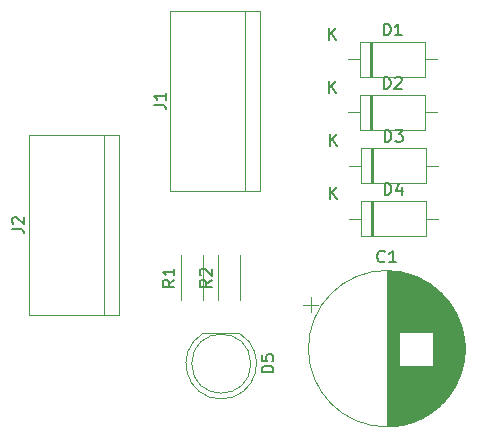
<source format=gbr>
%TF.GenerationSoftware,KiCad,Pcbnew,8.0.8*%
%TF.CreationDate,2025-01-25T14:39:54+05:30*%
%TF.ProjectId,AC to DC conveter,41432074-6f20-4444-9320-636f6e766574,rev?*%
%TF.SameCoordinates,Original*%
%TF.FileFunction,Legend,Top*%
%TF.FilePolarity,Positive*%
%FSLAX46Y46*%
G04 Gerber Fmt 4.6, Leading zero omitted, Abs format (unit mm)*
G04 Created by KiCad (PCBNEW 8.0.8) date 2025-01-25 14:39:54*
%MOMM*%
%LPD*%
G01*
G04 APERTURE LIST*
%ADD10C,0.150000*%
%ADD11C,0.120000*%
G04 APERTURE END LIST*
D10*
X190184819Y-76666666D02*
X189708628Y-76999999D01*
X190184819Y-77238094D02*
X189184819Y-77238094D01*
X189184819Y-77238094D02*
X189184819Y-76857142D01*
X189184819Y-76857142D02*
X189232438Y-76761904D01*
X189232438Y-76761904D02*
X189280057Y-76714285D01*
X189280057Y-76714285D02*
X189375295Y-76666666D01*
X189375295Y-76666666D02*
X189518152Y-76666666D01*
X189518152Y-76666666D02*
X189613390Y-76714285D01*
X189613390Y-76714285D02*
X189661009Y-76761904D01*
X189661009Y-76761904D02*
X189708628Y-76857142D01*
X189708628Y-76857142D02*
X189708628Y-77238094D01*
X189280057Y-76285713D02*
X189232438Y-76238094D01*
X189232438Y-76238094D02*
X189184819Y-76142856D01*
X189184819Y-76142856D02*
X189184819Y-75904761D01*
X189184819Y-75904761D02*
X189232438Y-75809523D01*
X189232438Y-75809523D02*
X189280057Y-75761904D01*
X189280057Y-75761904D02*
X189375295Y-75714285D01*
X189375295Y-75714285D02*
X189470533Y-75714285D01*
X189470533Y-75714285D02*
X189613390Y-75761904D01*
X189613390Y-75761904D02*
X190184819Y-76333332D01*
X190184819Y-76333332D02*
X190184819Y-75714285D01*
X187034819Y-76666666D02*
X186558628Y-76999999D01*
X187034819Y-77238094D02*
X186034819Y-77238094D01*
X186034819Y-77238094D02*
X186034819Y-76857142D01*
X186034819Y-76857142D02*
X186082438Y-76761904D01*
X186082438Y-76761904D02*
X186130057Y-76714285D01*
X186130057Y-76714285D02*
X186225295Y-76666666D01*
X186225295Y-76666666D02*
X186368152Y-76666666D01*
X186368152Y-76666666D02*
X186463390Y-76714285D01*
X186463390Y-76714285D02*
X186511009Y-76761904D01*
X186511009Y-76761904D02*
X186558628Y-76857142D01*
X186558628Y-76857142D02*
X186558628Y-77238094D01*
X187034819Y-75714285D02*
X187034819Y-76285713D01*
X187034819Y-75999999D02*
X186034819Y-75999999D01*
X186034819Y-75999999D02*
X186177676Y-76095237D01*
X186177676Y-76095237D02*
X186272914Y-76190475D01*
X186272914Y-76190475D02*
X186320533Y-76285713D01*
X173304819Y-72363333D02*
X174019104Y-72363333D01*
X174019104Y-72363333D02*
X174161961Y-72410952D01*
X174161961Y-72410952D02*
X174257200Y-72506190D01*
X174257200Y-72506190D02*
X174304819Y-72649047D01*
X174304819Y-72649047D02*
X174304819Y-72744285D01*
X173400057Y-71934761D02*
X173352438Y-71887142D01*
X173352438Y-71887142D02*
X173304819Y-71791904D01*
X173304819Y-71791904D02*
X173304819Y-71553809D01*
X173304819Y-71553809D02*
X173352438Y-71458571D01*
X173352438Y-71458571D02*
X173400057Y-71410952D01*
X173400057Y-71410952D02*
X173495295Y-71363333D01*
X173495295Y-71363333D02*
X173590533Y-71363333D01*
X173590533Y-71363333D02*
X173733390Y-71410952D01*
X173733390Y-71410952D02*
X174304819Y-71982380D01*
X174304819Y-71982380D02*
X174304819Y-71363333D01*
X185304819Y-61863333D02*
X186019104Y-61863333D01*
X186019104Y-61863333D02*
X186161961Y-61910952D01*
X186161961Y-61910952D02*
X186257200Y-62006190D01*
X186257200Y-62006190D02*
X186304819Y-62149047D01*
X186304819Y-62149047D02*
X186304819Y-62244285D01*
X186304819Y-60863333D02*
X186304819Y-61434761D01*
X186304819Y-61149047D02*
X185304819Y-61149047D01*
X185304819Y-61149047D02*
X185447676Y-61244285D01*
X185447676Y-61244285D02*
X185542914Y-61339523D01*
X185542914Y-61339523D02*
X185590533Y-61434761D01*
X195414819Y-84508094D02*
X194414819Y-84508094D01*
X194414819Y-84508094D02*
X194414819Y-84269999D01*
X194414819Y-84269999D02*
X194462438Y-84127142D01*
X194462438Y-84127142D02*
X194557676Y-84031904D01*
X194557676Y-84031904D02*
X194652914Y-83984285D01*
X194652914Y-83984285D02*
X194843390Y-83936666D01*
X194843390Y-83936666D02*
X194986247Y-83936666D01*
X194986247Y-83936666D02*
X195176723Y-83984285D01*
X195176723Y-83984285D02*
X195271961Y-84031904D01*
X195271961Y-84031904D02*
X195367200Y-84127142D01*
X195367200Y-84127142D02*
X195414819Y-84269999D01*
X195414819Y-84269999D02*
X195414819Y-84508094D01*
X194414819Y-83031904D02*
X194414819Y-83508094D01*
X194414819Y-83508094D02*
X194891009Y-83555713D01*
X194891009Y-83555713D02*
X194843390Y-83508094D01*
X194843390Y-83508094D02*
X194795771Y-83412856D01*
X194795771Y-83412856D02*
X194795771Y-83174761D01*
X194795771Y-83174761D02*
X194843390Y-83079523D01*
X194843390Y-83079523D02*
X194891009Y-83031904D01*
X194891009Y-83031904D02*
X194986247Y-82984285D01*
X194986247Y-82984285D02*
X195224342Y-82984285D01*
X195224342Y-82984285D02*
X195319580Y-83031904D01*
X195319580Y-83031904D02*
X195367200Y-83079523D01*
X195367200Y-83079523D02*
X195414819Y-83174761D01*
X195414819Y-83174761D02*
X195414819Y-83412856D01*
X195414819Y-83412856D02*
X195367200Y-83508094D01*
X195367200Y-83508094D02*
X195319580Y-83555713D01*
X204841905Y-69484819D02*
X204841905Y-68484819D01*
X204841905Y-68484819D02*
X205080000Y-68484819D01*
X205080000Y-68484819D02*
X205222857Y-68532438D01*
X205222857Y-68532438D02*
X205318095Y-68627676D01*
X205318095Y-68627676D02*
X205365714Y-68722914D01*
X205365714Y-68722914D02*
X205413333Y-68913390D01*
X205413333Y-68913390D02*
X205413333Y-69056247D01*
X205413333Y-69056247D02*
X205365714Y-69246723D01*
X205365714Y-69246723D02*
X205318095Y-69341961D01*
X205318095Y-69341961D02*
X205222857Y-69437200D01*
X205222857Y-69437200D02*
X205080000Y-69484819D01*
X205080000Y-69484819D02*
X204841905Y-69484819D01*
X206270476Y-68818152D02*
X206270476Y-69484819D01*
X206032381Y-68437200D02*
X205794286Y-69151485D01*
X205794286Y-69151485D02*
X206413333Y-69151485D01*
X200238095Y-69854819D02*
X200238095Y-68854819D01*
X200809523Y-69854819D02*
X200380952Y-69283390D01*
X200809523Y-68854819D02*
X200238095Y-69426247D01*
X204841905Y-64984819D02*
X204841905Y-63984819D01*
X204841905Y-63984819D02*
X205080000Y-63984819D01*
X205080000Y-63984819D02*
X205222857Y-64032438D01*
X205222857Y-64032438D02*
X205318095Y-64127676D01*
X205318095Y-64127676D02*
X205365714Y-64222914D01*
X205365714Y-64222914D02*
X205413333Y-64413390D01*
X205413333Y-64413390D02*
X205413333Y-64556247D01*
X205413333Y-64556247D02*
X205365714Y-64746723D01*
X205365714Y-64746723D02*
X205318095Y-64841961D01*
X205318095Y-64841961D02*
X205222857Y-64937200D01*
X205222857Y-64937200D02*
X205080000Y-64984819D01*
X205080000Y-64984819D02*
X204841905Y-64984819D01*
X205746667Y-63984819D02*
X206365714Y-63984819D01*
X206365714Y-63984819D02*
X206032381Y-64365771D01*
X206032381Y-64365771D02*
X206175238Y-64365771D01*
X206175238Y-64365771D02*
X206270476Y-64413390D01*
X206270476Y-64413390D02*
X206318095Y-64461009D01*
X206318095Y-64461009D02*
X206365714Y-64556247D01*
X206365714Y-64556247D02*
X206365714Y-64794342D01*
X206365714Y-64794342D02*
X206318095Y-64889580D01*
X206318095Y-64889580D02*
X206270476Y-64937200D01*
X206270476Y-64937200D02*
X206175238Y-64984819D01*
X206175238Y-64984819D02*
X205889524Y-64984819D01*
X205889524Y-64984819D02*
X205794286Y-64937200D01*
X205794286Y-64937200D02*
X205746667Y-64889580D01*
X200238095Y-65354819D02*
X200238095Y-64354819D01*
X200809523Y-65354819D02*
X200380952Y-64783390D01*
X200809523Y-64354819D02*
X200238095Y-64926247D01*
X204761905Y-60484819D02*
X204761905Y-59484819D01*
X204761905Y-59484819D02*
X205000000Y-59484819D01*
X205000000Y-59484819D02*
X205142857Y-59532438D01*
X205142857Y-59532438D02*
X205238095Y-59627676D01*
X205238095Y-59627676D02*
X205285714Y-59722914D01*
X205285714Y-59722914D02*
X205333333Y-59913390D01*
X205333333Y-59913390D02*
X205333333Y-60056247D01*
X205333333Y-60056247D02*
X205285714Y-60246723D01*
X205285714Y-60246723D02*
X205238095Y-60341961D01*
X205238095Y-60341961D02*
X205142857Y-60437200D01*
X205142857Y-60437200D02*
X205000000Y-60484819D01*
X205000000Y-60484819D02*
X204761905Y-60484819D01*
X205714286Y-59580057D02*
X205761905Y-59532438D01*
X205761905Y-59532438D02*
X205857143Y-59484819D01*
X205857143Y-59484819D02*
X206095238Y-59484819D01*
X206095238Y-59484819D02*
X206190476Y-59532438D01*
X206190476Y-59532438D02*
X206238095Y-59580057D01*
X206238095Y-59580057D02*
X206285714Y-59675295D01*
X206285714Y-59675295D02*
X206285714Y-59770533D01*
X206285714Y-59770533D02*
X206238095Y-59913390D01*
X206238095Y-59913390D02*
X205666667Y-60484819D01*
X205666667Y-60484819D02*
X206285714Y-60484819D01*
X200158095Y-60854819D02*
X200158095Y-59854819D01*
X200729523Y-60854819D02*
X200300952Y-60283390D01*
X200729523Y-59854819D02*
X200158095Y-60426247D01*
X204761905Y-55984819D02*
X204761905Y-54984819D01*
X204761905Y-54984819D02*
X205000000Y-54984819D01*
X205000000Y-54984819D02*
X205142857Y-55032438D01*
X205142857Y-55032438D02*
X205238095Y-55127676D01*
X205238095Y-55127676D02*
X205285714Y-55222914D01*
X205285714Y-55222914D02*
X205333333Y-55413390D01*
X205333333Y-55413390D02*
X205333333Y-55556247D01*
X205333333Y-55556247D02*
X205285714Y-55746723D01*
X205285714Y-55746723D02*
X205238095Y-55841961D01*
X205238095Y-55841961D02*
X205142857Y-55937200D01*
X205142857Y-55937200D02*
X205000000Y-55984819D01*
X205000000Y-55984819D02*
X204761905Y-55984819D01*
X206285714Y-55984819D02*
X205714286Y-55984819D01*
X206000000Y-55984819D02*
X206000000Y-54984819D01*
X206000000Y-54984819D02*
X205904762Y-55127676D01*
X205904762Y-55127676D02*
X205809524Y-55222914D01*
X205809524Y-55222914D02*
X205714286Y-55270533D01*
X200158095Y-56354819D02*
X200158095Y-55354819D01*
X200729523Y-56354819D02*
X200300952Y-55783390D01*
X200729523Y-55354819D02*
X200158095Y-55926247D01*
X204833333Y-75109580D02*
X204785714Y-75157200D01*
X204785714Y-75157200D02*
X204642857Y-75204819D01*
X204642857Y-75204819D02*
X204547619Y-75204819D01*
X204547619Y-75204819D02*
X204404762Y-75157200D01*
X204404762Y-75157200D02*
X204309524Y-75061961D01*
X204309524Y-75061961D02*
X204261905Y-74966723D01*
X204261905Y-74966723D02*
X204214286Y-74776247D01*
X204214286Y-74776247D02*
X204214286Y-74633390D01*
X204214286Y-74633390D02*
X204261905Y-74442914D01*
X204261905Y-74442914D02*
X204309524Y-74347676D01*
X204309524Y-74347676D02*
X204404762Y-74252438D01*
X204404762Y-74252438D02*
X204547619Y-74204819D01*
X204547619Y-74204819D02*
X204642857Y-74204819D01*
X204642857Y-74204819D02*
X204785714Y-74252438D01*
X204785714Y-74252438D02*
X204833333Y-74300057D01*
X205785714Y-75204819D02*
X205214286Y-75204819D01*
X205500000Y-75204819D02*
X205500000Y-74204819D01*
X205500000Y-74204819D02*
X205404762Y-74347676D01*
X205404762Y-74347676D02*
X205309524Y-74442914D01*
X205309524Y-74442914D02*
X205214286Y-74490533D01*
D11*
%TO.C,R2*%
X190730000Y-78420000D02*
X190730000Y-74580000D01*
X192570000Y-78420000D02*
X192570000Y-74580000D01*
%TO.C,R1*%
X187580000Y-78420000D02*
X187580000Y-74580000D01*
X189420000Y-78420000D02*
X189420000Y-74580000D01*
%TO.C,J2*%
X174690000Y-79620000D02*
X174690000Y-64380000D01*
X181040000Y-79620000D02*
X181040000Y-64380000D01*
X182310000Y-79620000D02*
X174690000Y-79620000D01*
X182310000Y-79620000D02*
X182310000Y-64380000D01*
X182310000Y-64380000D02*
X174690000Y-64380000D01*
%TO.C,J1*%
X186690000Y-69120000D02*
X186690000Y-53880000D01*
X193040000Y-69120000D02*
X193040000Y-53880000D01*
X194310000Y-69120000D02*
X186690000Y-69120000D01*
X194310000Y-69120000D02*
X194310000Y-53880000D01*
X194310000Y-53880000D02*
X186690000Y-53880000D01*
%TO.C,D5*%
X192545000Y-81210000D02*
X189455000Y-81210000D01*
X192544830Y-81210000D02*
G75*
G02*
X191000048Y-86760000I-1544830J-2560000D01*
G01*
X190999952Y-86760000D02*
G75*
G02*
X189455170Y-81210000I48J2990000D01*
G01*
X193500000Y-83770000D02*
G75*
G02*
X188500000Y-83770000I-2500000J0D01*
G01*
X188500000Y-83770000D02*
G75*
G02*
X193500000Y-83770000I2500000J0D01*
G01*
%TO.C,D4*%
X201840000Y-71500000D02*
X202860000Y-71500000D01*
X202860000Y-70030000D02*
X202860000Y-72970000D01*
X202860000Y-72970000D02*
X208300000Y-72970000D01*
X203640000Y-70030000D02*
X203640000Y-72970000D01*
X203760000Y-70030000D02*
X203760000Y-72970000D01*
X203880000Y-70030000D02*
X203880000Y-72970000D01*
X208300000Y-70030000D02*
X202860000Y-70030000D01*
X208300000Y-72970000D02*
X208300000Y-70030000D01*
X209320000Y-71500000D02*
X208300000Y-71500000D01*
%TO.C,D3*%
X201840000Y-67000000D02*
X202860000Y-67000000D01*
X202860000Y-65530000D02*
X202860000Y-68470000D01*
X202860000Y-68470000D02*
X208300000Y-68470000D01*
X203640000Y-65530000D02*
X203640000Y-68470000D01*
X203760000Y-65530000D02*
X203760000Y-68470000D01*
X203880000Y-65530000D02*
X203880000Y-68470000D01*
X208300000Y-65530000D02*
X202860000Y-65530000D01*
X208300000Y-68470000D02*
X208300000Y-65530000D01*
X209320000Y-67000000D02*
X208300000Y-67000000D01*
%TO.C,D2*%
X201760000Y-62500000D02*
X202780000Y-62500000D01*
X202780000Y-61030000D02*
X202780000Y-63970000D01*
X202780000Y-63970000D02*
X208220000Y-63970000D01*
X203560000Y-61030000D02*
X203560000Y-63970000D01*
X203680000Y-61030000D02*
X203680000Y-63970000D01*
X203800000Y-61030000D02*
X203800000Y-63970000D01*
X208220000Y-61030000D02*
X202780000Y-61030000D01*
X208220000Y-63970000D02*
X208220000Y-61030000D01*
X209240000Y-62500000D02*
X208220000Y-62500000D01*
%TO.C,D1*%
X201760000Y-58000000D02*
X202780000Y-58000000D01*
X202780000Y-56530000D02*
X202780000Y-59470000D01*
X202780000Y-59470000D02*
X208220000Y-59470000D01*
X203560000Y-56530000D02*
X203560000Y-59470000D01*
X203680000Y-56530000D02*
X203680000Y-59470000D01*
X203800000Y-56530000D02*
X203800000Y-59470000D01*
X208220000Y-56530000D02*
X202780000Y-56530000D01*
X208220000Y-59470000D02*
X208220000Y-56530000D01*
X209240000Y-58000000D02*
X208220000Y-58000000D01*
%TO.C,C1*%
X197915431Y-78785000D02*
X199215431Y-78785000D01*
X198565431Y-78135000D02*
X198565431Y-79435000D01*
X205000000Y-75920000D02*
X205000000Y-89080000D01*
X205040000Y-75920000D02*
X205040000Y-89080000D01*
X205080000Y-75920000D02*
X205080000Y-89080000D01*
X205120000Y-75921000D02*
X205120000Y-89079000D01*
X205160000Y-75921000D02*
X205160000Y-89079000D01*
X205200000Y-75923000D02*
X205200000Y-89077000D01*
X205240000Y-75924000D02*
X205240000Y-89076000D01*
X205280000Y-75925000D02*
X205280000Y-89075000D01*
X205320000Y-75927000D02*
X205320000Y-89073000D01*
X205360000Y-75929000D02*
X205360000Y-89071000D01*
X205400000Y-75932000D02*
X205400000Y-89068000D01*
X205440000Y-75934000D02*
X205440000Y-89066000D01*
X205480000Y-75937000D02*
X205480000Y-89063000D01*
X205520000Y-75940000D02*
X205520000Y-89060000D01*
X205560000Y-75943000D02*
X205560000Y-89057000D01*
X205600000Y-75947000D02*
X205600000Y-89053000D01*
X205640000Y-75951000D02*
X205640000Y-89049000D01*
X205680000Y-75955000D02*
X205680000Y-89045000D01*
X205721000Y-75959000D02*
X205721000Y-89041000D01*
X205761000Y-75963000D02*
X205761000Y-89037000D01*
X205801000Y-75968000D02*
X205801000Y-89032000D01*
X205841000Y-75973000D02*
X205841000Y-89027000D01*
X205881000Y-75978000D02*
X205881000Y-89022000D01*
X205921000Y-75984000D02*
X205921000Y-89016000D01*
X205961000Y-75989000D02*
X205961000Y-89011000D01*
X206001000Y-75995000D02*
X206001000Y-89005000D01*
X206041000Y-76002000D02*
X206041000Y-88998000D01*
X206081000Y-76008000D02*
X206081000Y-81060000D01*
X206081000Y-83940000D02*
X206081000Y-88992000D01*
X206121000Y-76015000D02*
X206121000Y-81060000D01*
X206121000Y-83940000D02*
X206121000Y-88985000D01*
X206161000Y-76022000D02*
X206161000Y-81060000D01*
X206161000Y-83940000D02*
X206161000Y-88978000D01*
X206201000Y-76029000D02*
X206201000Y-81060000D01*
X206201000Y-83940000D02*
X206201000Y-88971000D01*
X206241000Y-76037000D02*
X206241000Y-81060000D01*
X206241000Y-83940000D02*
X206241000Y-88963000D01*
X206281000Y-76044000D02*
X206281000Y-81060000D01*
X206281000Y-83940000D02*
X206281000Y-88956000D01*
X206321000Y-76052000D02*
X206321000Y-81060000D01*
X206321000Y-83940000D02*
X206321000Y-88948000D01*
X206361000Y-76061000D02*
X206361000Y-81060000D01*
X206361000Y-83940000D02*
X206361000Y-88939000D01*
X206401000Y-76069000D02*
X206401000Y-81060000D01*
X206401000Y-83940000D02*
X206401000Y-88931000D01*
X206441000Y-76078000D02*
X206441000Y-81060000D01*
X206441000Y-83940000D02*
X206441000Y-88922000D01*
X206481000Y-76087000D02*
X206481000Y-81060000D01*
X206481000Y-83940000D02*
X206481000Y-88913000D01*
X206521000Y-76096000D02*
X206521000Y-81060000D01*
X206521000Y-83940000D02*
X206521000Y-88904000D01*
X206561000Y-76106000D02*
X206561000Y-81060000D01*
X206561000Y-83940000D02*
X206561000Y-88894000D01*
X206601000Y-76116000D02*
X206601000Y-81060000D01*
X206601000Y-83940000D02*
X206601000Y-88884000D01*
X206641000Y-76126000D02*
X206641000Y-81060000D01*
X206641000Y-83940000D02*
X206641000Y-88874000D01*
X206681000Y-76136000D02*
X206681000Y-81060000D01*
X206681000Y-83940000D02*
X206681000Y-88864000D01*
X206721000Y-76147000D02*
X206721000Y-81060000D01*
X206721000Y-83940000D02*
X206721000Y-88853000D01*
X206761000Y-76158000D02*
X206761000Y-81060000D01*
X206761000Y-83940000D02*
X206761000Y-88842000D01*
X206801000Y-76169000D02*
X206801000Y-81060000D01*
X206801000Y-83940000D02*
X206801000Y-88831000D01*
X206841000Y-76180000D02*
X206841000Y-81060000D01*
X206841000Y-83940000D02*
X206841000Y-88820000D01*
X206881000Y-76192000D02*
X206881000Y-81060000D01*
X206881000Y-83940000D02*
X206881000Y-88808000D01*
X206921000Y-76204000D02*
X206921000Y-81060000D01*
X206921000Y-83940000D02*
X206921000Y-88796000D01*
X206961000Y-76216000D02*
X206961000Y-81060000D01*
X206961000Y-83940000D02*
X206961000Y-88784000D01*
X207001000Y-76229000D02*
X207001000Y-81060000D01*
X207001000Y-83940000D02*
X207001000Y-88771000D01*
X207041000Y-76242000D02*
X207041000Y-81060000D01*
X207041000Y-83940000D02*
X207041000Y-88758000D01*
X207081000Y-76255000D02*
X207081000Y-81060000D01*
X207081000Y-83940000D02*
X207081000Y-88745000D01*
X207121000Y-76268000D02*
X207121000Y-81060000D01*
X207121000Y-83940000D02*
X207121000Y-88732000D01*
X207161000Y-76282000D02*
X207161000Y-81060000D01*
X207161000Y-83940000D02*
X207161000Y-88718000D01*
X207201000Y-76296000D02*
X207201000Y-81060000D01*
X207201000Y-83940000D02*
X207201000Y-88704000D01*
X207241000Y-76310000D02*
X207241000Y-81060000D01*
X207241000Y-83940000D02*
X207241000Y-88690000D01*
X207281000Y-76325000D02*
X207281000Y-81060000D01*
X207281000Y-83940000D02*
X207281000Y-88675000D01*
X207321000Y-76339000D02*
X207321000Y-81060000D01*
X207321000Y-83940000D02*
X207321000Y-88661000D01*
X207361000Y-76354000D02*
X207361000Y-81060000D01*
X207361000Y-83940000D02*
X207361000Y-88646000D01*
X207401000Y-76370000D02*
X207401000Y-81060000D01*
X207401000Y-83940000D02*
X207401000Y-88630000D01*
X207441000Y-76386000D02*
X207441000Y-81060000D01*
X207441000Y-83940000D02*
X207441000Y-88614000D01*
X207481000Y-76402000D02*
X207481000Y-81060000D01*
X207481000Y-83940000D02*
X207481000Y-88598000D01*
X207521000Y-76418000D02*
X207521000Y-81060000D01*
X207521000Y-83940000D02*
X207521000Y-88582000D01*
X207561000Y-76435000D02*
X207561000Y-81060000D01*
X207561000Y-83940000D02*
X207561000Y-88565000D01*
X207601000Y-76451000D02*
X207601000Y-81060000D01*
X207601000Y-83940000D02*
X207601000Y-88549000D01*
X207641000Y-76469000D02*
X207641000Y-81060000D01*
X207641000Y-83940000D02*
X207641000Y-88531000D01*
X207681000Y-76486000D02*
X207681000Y-81060000D01*
X207681000Y-83940000D02*
X207681000Y-88514000D01*
X207721000Y-76504000D02*
X207721000Y-81060000D01*
X207721000Y-83940000D02*
X207721000Y-88496000D01*
X207761000Y-76522000D02*
X207761000Y-81060000D01*
X207761000Y-83940000D02*
X207761000Y-88478000D01*
X207801000Y-76541000D02*
X207801000Y-81060000D01*
X207801000Y-83940000D02*
X207801000Y-88459000D01*
X207841000Y-76560000D02*
X207841000Y-81060000D01*
X207841000Y-83940000D02*
X207841000Y-88440000D01*
X207881000Y-76579000D02*
X207881000Y-81060000D01*
X207881000Y-83940000D02*
X207881000Y-88421000D01*
X207921000Y-76598000D02*
X207921000Y-81060000D01*
X207921000Y-83940000D02*
X207921000Y-88402000D01*
X207961000Y-76618000D02*
X207961000Y-81060000D01*
X207961000Y-83940000D02*
X207961000Y-88382000D01*
X208001000Y-76638000D02*
X208001000Y-81060000D01*
X208001000Y-83940000D02*
X208001000Y-88362000D01*
X208041000Y-76659000D02*
X208041000Y-81060000D01*
X208041000Y-83940000D02*
X208041000Y-88341000D01*
X208081000Y-76680000D02*
X208081000Y-81060000D01*
X208081000Y-83940000D02*
X208081000Y-88320000D01*
X208121000Y-76701000D02*
X208121000Y-81060000D01*
X208121000Y-83940000D02*
X208121000Y-88299000D01*
X208161000Y-76722000D02*
X208161000Y-81060000D01*
X208161000Y-83940000D02*
X208161000Y-88278000D01*
X208201000Y-76744000D02*
X208201000Y-81060000D01*
X208201000Y-83940000D02*
X208201000Y-88256000D01*
X208241000Y-76767000D02*
X208241000Y-81060000D01*
X208241000Y-83940000D02*
X208241000Y-88233000D01*
X208281000Y-76789000D02*
X208281000Y-81060000D01*
X208281000Y-83940000D02*
X208281000Y-88211000D01*
X208321000Y-76812000D02*
X208321000Y-81060000D01*
X208321000Y-83940000D02*
X208321000Y-88188000D01*
X208361000Y-76836000D02*
X208361000Y-81060000D01*
X208361000Y-83940000D02*
X208361000Y-88164000D01*
X208401000Y-76859000D02*
X208401000Y-81060000D01*
X208401000Y-83940000D02*
X208401000Y-88141000D01*
X208441000Y-76883000D02*
X208441000Y-81060000D01*
X208441000Y-83940000D02*
X208441000Y-88117000D01*
X208481000Y-76908000D02*
X208481000Y-81060000D01*
X208481000Y-83940000D02*
X208481000Y-88092000D01*
X208521000Y-76933000D02*
X208521000Y-81060000D01*
X208521000Y-83940000D02*
X208521000Y-88067000D01*
X208561000Y-76958000D02*
X208561000Y-81060000D01*
X208561000Y-83940000D02*
X208561000Y-88042000D01*
X208601000Y-76984000D02*
X208601000Y-81060000D01*
X208601000Y-83940000D02*
X208601000Y-88016000D01*
X208641000Y-77010000D02*
X208641000Y-81060000D01*
X208641000Y-83940000D02*
X208641000Y-87990000D01*
X208681000Y-77037000D02*
X208681000Y-81060000D01*
X208681000Y-83940000D02*
X208681000Y-87963000D01*
X208721000Y-77064000D02*
X208721000Y-81060000D01*
X208721000Y-83940000D02*
X208721000Y-87936000D01*
X208761000Y-77091000D02*
X208761000Y-81060000D01*
X208761000Y-83940000D02*
X208761000Y-87909000D01*
X208801000Y-77119000D02*
X208801000Y-81060000D01*
X208801000Y-83940000D02*
X208801000Y-87881000D01*
X208841000Y-77147000D02*
X208841000Y-81060000D01*
X208841000Y-83940000D02*
X208841000Y-87853000D01*
X208881000Y-77176000D02*
X208881000Y-81060000D01*
X208881000Y-83940000D02*
X208881000Y-87824000D01*
X208921000Y-77205000D02*
X208921000Y-81060000D01*
X208921000Y-83940000D02*
X208921000Y-87795000D01*
X208961000Y-77235000D02*
X208961000Y-87765000D01*
X209001000Y-77265000D02*
X209001000Y-87735000D01*
X209041000Y-77295000D02*
X209041000Y-87705000D01*
X209081000Y-77326000D02*
X209081000Y-87674000D01*
X209121000Y-77358000D02*
X209121000Y-87642000D01*
X209161000Y-77390000D02*
X209161000Y-87610000D01*
X209201000Y-77422000D02*
X209201000Y-87578000D01*
X209241000Y-77456000D02*
X209241000Y-87544000D01*
X209281000Y-77489000D02*
X209281000Y-87511000D01*
X209321000Y-77523000D02*
X209321000Y-87477000D01*
X209361000Y-77558000D02*
X209361000Y-87442000D01*
X209401000Y-77593000D02*
X209401000Y-87407000D01*
X209441000Y-77629000D02*
X209441000Y-87371000D01*
X209481000Y-77666000D02*
X209481000Y-87334000D01*
X209521000Y-77703000D02*
X209521000Y-87297000D01*
X209561000Y-77740000D02*
X209561000Y-87260000D01*
X209601000Y-77779000D02*
X209601000Y-87221000D01*
X209641000Y-77818000D02*
X209641000Y-87182000D01*
X209681000Y-77857000D02*
X209681000Y-87143000D01*
X209721000Y-77898000D02*
X209721000Y-87102000D01*
X209761000Y-77939000D02*
X209761000Y-87061000D01*
X209801000Y-77981000D02*
X209801000Y-87019000D01*
X209841000Y-78023000D02*
X209841000Y-86977000D01*
X209881000Y-78066000D02*
X209881000Y-86934000D01*
X209921000Y-78110000D02*
X209921000Y-86890000D01*
X209961000Y-78155000D02*
X209961000Y-86845000D01*
X210001000Y-78201000D02*
X210001000Y-86799000D01*
X210041000Y-78247000D02*
X210041000Y-86753000D01*
X210081000Y-78295000D02*
X210081000Y-86705000D01*
X210121000Y-78343000D02*
X210121000Y-86657000D01*
X210161000Y-78392000D02*
X210161000Y-86608000D01*
X210201000Y-78443000D02*
X210201000Y-86557000D01*
X210241000Y-78494000D02*
X210241000Y-86506000D01*
X210281000Y-78546000D02*
X210281000Y-86454000D01*
X210321000Y-78600000D02*
X210321000Y-86400000D01*
X210361000Y-78654000D02*
X210361000Y-86346000D01*
X210401000Y-78710000D02*
X210401000Y-86290000D01*
X210441000Y-78767000D02*
X210441000Y-86233000D01*
X210481000Y-78825000D02*
X210481000Y-86175000D01*
X210521000Y-78885000D02*
X210521000Y-86115000D01*
X210561000Y-78946000D02*
X210561000Y-86054000D01*
X210601000Y-79009000D02*
X210601000Y-85991000D01*
X210641000Y-79073000D02*
X210641000Y-85927000D01*
X210681000Y-79139000D02*
X210681000Y-85861000D01*
X210721000Y-79207000D02*
X210721000Y-85793000D01*
X210761000Y-79277000D02*
X210761000Y-85723000D01*
X210801000Y-79348000D02*
X210801000Y-85652000D01*
X210841000Y-79422000D02*
X210841000Y-85578000D01*
X210881000Y-79498000D02*
X210881000Y-85502000D01*
X210921000Y-79577000D02*
X210921000Y-85423000D01*
X210961000Y-79658000D02*
X210961000Y-85342000D01*
X211001000Y-79742000D02*
X211001000Y-85258000D01*
X211041000Y-79830000D02*
X211041000Y-85170000D01*
X211081000Y-79921000D02*
X211081000Y-85079000D01*
X211121000Y-80016000D02*
X211121000Y-84984000D01*
X211161000Y-80115000D02*
X211161000Y-84885000D01*
X211201000Y-80219000D02*
X211201000Y-84781000D01*
X211241000Y-80329000D02*
X211241000Y-84671000D01*
X211281000Y-80445000D02*
X211281000Y-84555000D01*
X211321000Y-80569000D02*
X211321000Y-84431000D01*
X211361000Y-80702000D02*
X211361000Y-84298000D01*
X211401000Y-80847000D02*
X211401000Y-84153000D01*
X211441000Y-81006000D02*
X211441000Y-83994000D01*
X211481000Y-81185000D02*
X211481000Y-83815000D01*
X211521000Y-81393000D02*
X211521000Y-83607000D01*
X211561000Y-81650000D02*
X211561000Y-83350000D01*
X211601000Y-82025000D02*
X211601000Y-82975000D01*
X211620000Y-82500000D02*
G75*
G02*
X198380000Y-82500000I-6620000J0D01*
G01*
X198380000Y-82500000D02*
G75*
G02*
X211620000Y-82500000I6620000J0D01*
G01*
%TD*%
M02*

</source>
